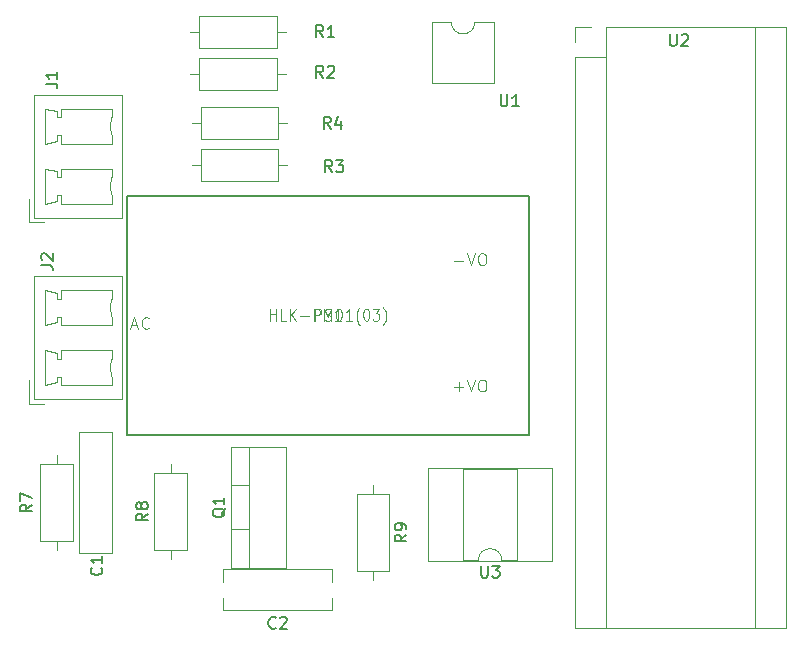
<source format=gbr>
G04 #@! TF.GenerationSoftware,KiCad,Pcbnew,(5.0.2)-1*
G04 #@! TF.CreationDate,2019-04-01T14:51:39+03:00*
G04 #@! TF.ProjectId,vent_sys,76656e74-5f73-4797-932e-6b696361645f,rev?*
G04 #@! TF.SameCoordinates,Original*
G04 #@! TF.FileFunction,Legend,Top*
G04 #@! TF.FilePolarity,Positive*
%FSLAX46Y46*%
G04 Gerber Fmt 4.6, Leading zero omitted, Abs format (unit mm)*
G04 Created by KiCad (PCBNEW (5.0.2)-1) date 01.04.2019 14:51:39*
%MOMM*%
%LPD*%
G01*
G04 APERTURE LIST*
%ADD10C,0.120000*%
%ADD11C,0.127000*%
%ADD12C,0.150000*%
%ADD13C,0.050000*%
G04 APERTURE END LIST*
D10*
G04 #@! TO.C,U2*
X106112000Y-51248000D02*
X106112000Y-52578000D01*
X107442000Y-51248000D02*
X106112000Y-51248000D01*
X106112000Y-53848000D02*
X108772000Y-53848000D01*
X121352000Y-102168000D02*
X121352000Y-51248000D01*
X108772000Y-51248000D02*
X108772000Y-102168000D01*
X106112000Y-102168000D02*
X106112000Y-53848000D01*
X124012000Y-51248000D02*
X124012000Y-102168000D01*
X124012000Y-102168000D02*
X106112000Y-102168000D01*
X108772000Y-51248000D02*
X124012000Y-51248000D01*
G04 #@! TO.C,U3*
X93683000Y-96513000D02*
X104183000Y-96513000D01*
X93683000Y-88653000D02*
X93683000Y-96513000D01*
X104183000Y-88653000D02*
X93683000Y-88653000D01*
X104183000Y-96513000D02*
X104183000Y-88653000D01*
X96683000Y-96453000D02*
X97933000Y-96453000D01*
X96683000Y-88713000D02*
X96683000Y-96453000D01*
X101183000Y-88713000D02*
X96683000Y-88713000D01*
X101183000Y-96453000D02*
X101183000Y-88713000D01*
X99933000Y-96453000D02*
X101183000Y-96453000D01*
X97933000Y-96453000D02*
G75*
G02X99933000Y-96453000I1000000J0D01*
G01*
G04 #@! TO.C,C1*
X64162000Y-85618000D02*
X66902000Y-85618000D01*
X64162000Y-95858000D02*
X66902000Y-95858000D01*
X66902000Y-95858000D02*
X66902000Y-85618000D01*
X64162000Y-95858000D02*
X64162000Y-85618000D01*
G04 #@! TO.C,J1*
X59920000Y-67810000D02*
X59920000Y-65810000D01*
X61170000Y-67810000D02*
X59920000Y-67810000D01*
X66920000Y-58190000D02*
X66920000Y-58940000D01*
X62620000Y-58190000D02*
X66920000Y-58190000D01*
X62620000Y-58940000D02*
X62620000Y-58190000D01*
X62270000Y-58940000D02*
X62620000Y-58940000D01*
X62270000Y-58440000D02*
X62270000Y-58940000D01*
X61270000Y-58190000D02*
X62270000Y-58440000D01*
X61270000Y-61190000D02*
X61270000Y-58190000D01*
X62270000Y-60940000D02*
X61270000Y-61190000D01*
X62270000Y-60440000D02*
X62270000Y-60940000D01*
X62620000Y-60440000D02*
X62270000Y-60440000D01*
X62620000Y-61190000D02*
X62620000Y-60440000D01*
X66920000Y-61190000D02*
X62620000Y-61190000D01*
X66920000Y-60440000D02*
X66920000Y-61190000D01*
X66920000Y-63270000D02*
X66920000Y-64020000D01*
X62620000Y-63270000D02*
X66920000Y-63270000D01*
X62620000Y-64020000D02*
X62620000Y-63270000D01*
X62270000Y-64020000D02*
X62620000Y-64020000D01*
X62270000Y-63520000D02*
X62270000Y-64020000D01*
X61270000Y-63270000D02*
X62270000Y-63520000D01*
X61270000Y-66270000D02*
X61270000Y-63270000D01*
X62270000Y-66020000D02*
X61270000Y-66270000D01*
X62270000Y-65520000D02*
X62270000Y-66020000D01*
X62620000Y-65520000D02*
X62270000Y-65520000D01*
X62620000Y-66270000D02*
X62620000Y-65520000D01*
X66920000Y-66270000D02*
X62620000Y-66270000D01*
X66920000Y-65520000D02*
X66920000Y-66270000D01*
X60310000Y-57040000D02*
X60310000Y-67420000D01*
X67780000Y-57040000D02*
X60310000Y-57040000D01*
X67780000Y-67420000D02*
X67780000Y-57040000D01*
X60310000Y-67420000D02*
X67780000Y-67420000D01*
X66919845Y-58940353D02*
G75*
G03X66920000Y-60440000I1700155J-749647D01*
G01*
X66919845Y-64020353D02*
G75*
G03X66920000Y-65520000I1700155J-749647D01*
G01*
G04 #@! TO.C,J2*
X59920000Y-83177000D02*
X59920000Y-81177000D01*
X61170000Y-83177000D02*
X59920000Y-83177000D01*
X66920000Y-73557000D02*
X66920000Y-74307000D01*
X62620000Y-73557000D02*
X66920000Y-73557000D01*
X62620000Y-74307000D02*
X62620000Y-73557000D01*
X62270000Y-74307000D02*
X62620000Y-74307000D01*
X62270000Y-73807000D02*
X62270000Y-74307000D01*
X61270000Y-73557000D02*
X62270000Y-73807000D01*
X61270000Y-76557000D02*
X61270000Y-73557000D01*
X62270000Y-76307000D02*
X61270000Y-76557000D01*
X62270000Y-75807000D02*
X62270000Y-76307000D01*
X62620000Y-75807000D02*
X62270000Y-75807000D01*
X62620000Y-76557000D02*
X62620000Y-75807000D01*
X66920000Y-76557000D02*
X62620000Y-76557000D01*
X66920000Y-75807000D02*
X66920000Y-76557000D01*
X66920000Y-78637000D02*
X66920000Y-79387000D01*
X62620000Y-78637000D02*
X66920000Y-78637000D01*
X62620000Y-79387000D02*
X62620000Y-78637000D01*
X62270000Y-79387000D02*
X62620000Y-79387000D01*
X62270000Y-78887000D02*
X62270000Y-79387000D01*
X61270000Y-78637000D02*
X62270000Y-78887000D01*
X61270000Y-81637000D02*
X61270000Y-78637000D01*
X62270000Y-81387000D02*
X61270000Y-81637000D01*
X62270000Y-80887000D02*
X62270000Y-81387000D01*
X62620000Y-80887000D02*
X62270000Y-80887000D01*
X62620000Y-81637000D02*
X62620000Y-80887000D01*
X66920000Y-81637000D02*
X62620000Y-81637000D01*
X66920000Y-80887000D02*
X66920000Y-81637000D01*
X60310000Y-72407000D02*
X60310000Y-82787000D01*
X67780000Y-72407000D02*
X60310000Y-72407000D01*
X67780000Y-82787000D02*
X67780000Y-72407000D01*
X60310000Y-82787000D02*
X67780000Y-82787000D01*
X66919845Y-74307353D02*
G75*
G03X66920000Y-75807000I1700155J-749647D01*
G01*
X66919845Y-79387353D02*
G75*
G03X66920000Y-80887000I1700155J-749647D01*
G01*
D11*
G04 #@! TO.C,PS1*
X68217000Y-85792000D02*
X102217000Y-85792000D01*
X68217000Y-65592000D02*
X102217000Y-65592000D01*
X102217000Y-85792000D02*
X102217000Y-65592000D01*
X68217000Y-85792000D02*
X68217000Y-65592000D01*
D10*
G04 #@! TO.C,Q1*
X76994000Y-90097000D02*
X78504000Y-90097000D01*
X76994000Y-93798000D02*
X78504000Y-93798000D01*
X78504000Y-97068000D02*
X78504000Y-86828000D01*
X76994000Y-86828000D02*
X81635000Y-86828000D01*
X76994000Y-97068000D02*
X81635000Y-97068000D01*
X81635000Y-97068000D02*
X81635000Y-86828000D01*
X76994000Y-97068000D02*
X76994000Y-86828000D01*
G04 #@! TO.C,R1*
X73557000Y-51689000D02*
X74327000Y-51689000D01*
X81637000Y-51689000D02*
X80867000Y-51689000D01*
X74327000Y-53059000D02*
X80867000Y-53059000D01*
X74327000Y-50319000D02*
X74327000Y-53059000D01*
X80867000Y-50319000D02*
X74327000Y-50319000D01*
X80867000Y-53059000D02*
X80867000Y-50319000D01*
G04 #@! TO.C,R2*
X73557000Y-55245000D02*
X74327000Y-55245000D01*
X81637000Y-55245000D02*
X80867000Y-55245000D01*
X74327000Y-56615000D02*
X80867000Y-56615000D01*
X74327000Y-53875000D02*
X74327000Y-56615000D01*
X80867000Y-53875000D02*
X74327000Y-53875000D01*
X80867000Y-56615000D02*
X80867000Y-53875000D01*
G04 #@! TO.C,R3*
X81764000Y-62992000D02*
X80994000Y-62992000D01*
X73684000Y-62992000D02*
X74454000Y-62992000D01*
X80994000Y-61622000D02*
X74454000Y-61622000D01*
X80994000Y-64362000D02*
X80994000Y-61622000D01*
X74454000Y-64362000D02*
X80994000Y-64362000D01*
X74454000Y-61622000D02*
X74454000Y-64362000D01*
G04 #@! TO.C,R4*
X73684000Y-59436000D02*
X74454000Y-59436000D01*
X81764000Y-59436000D02*
X80994000Y-59436000D01*
X74454000Y-60806000D02*
X80994000Y-60806000D01*
X74454000Y-58066000D02*
X74454000Y-60806000D01*
X80994000Y-58066000D02*
X74454000Y-58066000D01*
X80994000Y-60806000D02*
X80994000Y-58066000D01*
G04 #@! TO.C,R7*
X62230000Y-87527000D02*
X62230000Y-88297000D01*
X62230000Y-95607000D02*
X62230000Y-94837000D01*
X60860000Y-88297000D02*
X60860000Y-94837000D01*
X63600000Y-88297000D02*
X60860000Y-88297000D01*
X63600000Y-94837000D02*
X63600000Y-88297000D01*
X60860000Y-94837000D02*
X63600000Y-94837000D01*
G04 #@! TO.C,R8*
X71882000Y-88289000D02*
X71882000Y-89059000D01*
X71882000Y-96369000D02*
X71882000Y-95599000D01*
X70512000Y-89059000D02*
X70512000Y-95599000D01*
X73252000Y-89059000D02*
X70512000Y-89059000D01*
X73252000Y-95599000D02*
X73252000Y-89059000D01*
X70512000Y-95599000D02*
X73252000Y-95599000D01*
G04 #@! TO.C,R9*
X89027000Y-98147000D02*
X89027000Y-97377000D01*
X89027000Y-90067000D02*
X89027000Y-90837000D01*
X90397000Y-97377000D02*
X90397000Y-90837000D01*
X87657000Y-97377000D02*
X90397000Y-97377000D01*
X87657000Y-90837000D02*
X87657000Y-97377000D01*
X90397000Y-90837000D02*
X87657000Y-90837000D01*
G04 #@! TO.C,U1*
X99297000Y-50867000D02*
X97647000Y-50867000D01*
X99297000Y-56067000D02*
X99297000Y-50867000D01*
X93997000Y-56067000D02*
X99297000Y-56067000D01*
X93997000Y-50867000D02*
X93997000Y-56067000D01*
X95647000Y-50867000D02*
X93997000Y-50867000D01*
X97647000Y-50867000D02*
G75*
G02X95647000Y-50867000I-1000000J0D01*
G01*
G04 #@! TO.C,C2*
X76339000Y-98268000D02*
X76339000Y-97212000D01*
X76339000Y-100654000D02*
X76339000Y-99598000D01*
X85579000Y-98268000D02*
X85579000Y-97212000D01*
X85579000Y-100654000D02*
X85579000Y-99598000D01*
X85579000Y-97212000D02*
X76339000Y-97212000D01*
X85579000Y-100654000D02*
X76339000Y-100654000D01*
G04 #@! TO.C,U2*
D12*
X114152094Y-51882379D02*
X114152094Y-52691903D01*
X114199713Y-52787141D01*
X114247332Y-52834760D01*
X114342570Y-52882379D01*
X114533046Y-52882379D01*
X114628284Y-52834760D01*
X114675903Y-52787141D01*
X114723522Y-52691903D01*
X114723522Y-51882379D01*
X115152094Y-51977618D02*
X115199713Y-51929999D01*
X115294951Y-51882379D01*
X115533046Y-51882379D01*
X115628284Y-51929999D01*
X115675903Y-51977618D01*
X115723522Y-52072856D01*
X115723522Y-52168094D01*
X115675903Y-52310951D01*
X115104475Y-52882379D01*
X115723522Y-52882379D01*
G04 #@! TO.C,U3*
X98171095Y-96905380D02*
X98171095Y-97714904D01*
X98218714Y-97810142D01*
X98266333Y-97857761D01*
X98361571Y-97905380D01*
X98552047Y-97905380D01*
X98647285Y-97857761D01*
X98694904Y-97810142D01*
X98742523Y-97714904D01*
X98742523Y-96905380D01*
X99123476Y-96905380D02*
X99742523Y-96905380D01*
X99409190Y-97286333D01*
X99552047Y-97286333D01*
X99647285Y-97333952D01*
X99694904Y-97381571D01*
X99742523Y-97476809D01*
X99742523Y-97714904D01*
X99694904Y-97810142D01*
X99647285Y-97857761D01*
X99552047Y-97905380D01*
X99266333Y-97905380D01*
X99171095Y-97857761D01*
X99123476Y-97810142D01*
G04 #@! TO.C,C1*
X66016142Y-97067666D02*
X66063761Y-97115285D01*
X66111380Y-97258142D01*
X66111380Y-97353380D01*
X66063761Y-97496238D01*
X65968523Y-97591476D01*
X65873285Y-97639095D01*
X65682809Y-97686714D01*
X65539952Y-97686714D01*
X65349476Y-97639095D01*
X65254238Y-97591476D01*
X65159000Y-97496238D01*
X65111380Y-97353380D01*
X65111380Y-97258142D01*
X65159000Y-97115285D01*
X65206619Y-97067666D01*
X66111380Y-96115285D02*
X66111380Y-96686714D01*
X66111380Y-96401000D02*
X65111380Y-96401000D01*
X65254238Y-96496238D01*
X65349476Y-96591476D01*
X65397095Y-96686714D01*
G04 #@! TO.C,J1*
X61301380Y-56086333D02*
X62015666Y-56086333D01*
X62158523Y-56133952D01*
X62253761Y-56229190D01*
X62301380Y-56372047D01*
X62301380Y-56467285D01*
X62301380Y-55086333D02*
X62301380Y-55657761D01*
X62301380Y-55372047D02*
X61301380Y-55372047D01*
X61444238Y-55467285D01*
X61539476Y-55562523D01*
X61587095Y-55657761D01*
G04 #@! TO.C,J2*
X60920380Y-71453333D02*
X61634666Y-71453333D01*
X61777523Y-71500952D01*
X61872761Y-71596190D01*
X61920380Y-71739047D01*
X61920380Y-71834285D01*
X61015619Y-71024761D02*
X60968000Y-70977142D01*
X60920380Y-70881904D01*
X60920380Y-70643809D01*
X60968000Y-70548571D01*
X61015619Y-70500952D01*
X61110857Y-70453333D01*
X61206095Y-70453333D01*
X61348952Y-70500952D01*
X61920380Y-71072380D01*
X61920380Y-70453333D01*
G04 #@! TO.C,PS1*
D13*
X84124142Y-76144380D02*
X84124142Y-75144380D01*
X84467000Y-75144380D01*
X84552714Y-75192000D01*
X84595571Y-75239619D01*
X84638428Y-75334857D01*
X84638428Y-75477714D01*
X84595571Y-75572952D01*
X84552714Y-75620571D01*
X84467000Y-75668190D01*
X84124142Y-75668190D01*
X84981285Y-76096761D02*
X85109857Y-76144380D01*
X85324142Y-76144380D01*
X85409857Y-76096761D01*
X85452714Y-76049142D01*
X85495571Y-75953904D01*
X85495571Y-75858666D01*
X85452714Y-75763428D01*
X85409857Y-75715809D01*
X85324142Y-75668190D01*
X85152714Y-75620571D01*
X85067000Y-75572952D01*
X85024142Y-75525333D01*
X84981285Y-75430095D01*
X84981285Y-75334857D01*
X85024142Y-75239619D01*
X85067000Y-75192000D01*
X85152714Y-75144380D01*
X85367000Y-75144380D01*
X85495571Y-75192000D01*
X86352714Y-76144380D02*
X85838428Y-76144380D01*
X86095571Y-76144380D02*
X86095571Y-75144380D01*
X86009857Y-75287238D01*
X85924142Y-75382476D01*
X85838428Y-75430095D01*
X80309857Y-76144380D02*
X80309857Y-75144380D01*
X80309857Y-75620571D02*
X80824142Y-75620571D01*
X80824142Y-76144380D02*
X80824142Y-75144380D01*
X81681285Y-76144380D02*
X81252714Y-76144380D01*
X81252714Y-75144380D01*
X81981285Y-76144380D02*
X81981285Y-75144380D01*
X82495571Y-76144380D02*
X82109857Y-75572952D01*
X82495571Y-75144380D02*
X81981285Y-75715809D01*
X82881285Y-75763428D02*
X83567000Y-75763428D01*
X83995571Y-76144380D02*
X83995571Y-75144380D01*
X84338428Y-75144380D01*
X84424142Y-75192000D01*
X84467000Y-75239619D01*
X84509857Y-75334857D01*
X84509857Y-75477714D01*
X84467000Y-75572952D01*
X84424142Y-75620571D01*
X84338428Y-75668190D01*
X83995571Y-75668190D01*
X84895571Y-76144380D02*
X84895571Y-75144380D01*
X85195571Y-75858666D01*
X85495571Y-75144380D01*
X85495571Y-76144380D01*
X86095571Y-75144380D02*
X86181285Y-75144380D01*
X86267000Y-75192000D01*
X86309857Y-75239619D01*
X86352714Y-75334857D01*
X86395571Y-75525333D01*
X86395571Y-75763428D01*
X86352714Y-75953904D01*
X86309857Y-76049142D01*
X86267000Y-76096761D01*
X86181285Y-76144380D01*
X86095571Y-76144380D01*
X86009857Y-76096761D01*
X85967000Y-76049142D01*
X85924142Y-75953904D01*
X85881285Y-75763428D01*
X85881285Y-75525333D01*
X85924142Y-75334857D01*
X85967000Y-75239619D01*
X86009857Y-75192000D01*
X86095571Y-75144380D01*
X87252714Y-76144380D02*
X86738428Y-76144380D01*
X86995571Y-76144380D02*
X86995571Y-75144380D01*
X86909857Y-75287238D01*
X86824142Y-75382476D01*
X86738428Y-75430095D01*
X87895571Y-76525333D02*
X87852714Y-76477714D01*
X87767000Y-76334857D01*
X87724142Y-76239619D01*
X87681285Y-76096761D01*
X87638428Y-75858666D01*
X87638428Y-75668190D01*
X87681285Y-75430095D01*
X87724142Y-75287238D01*
X87767000Y-75192000D01*
X87852714Y-75049142D01*
X87895571Y-75001523D01*
X88409857Y-75144380D02*
X88495571Y-75144380D01*
X88581285Y-75192000D01*
X88624142Y-75239619D01*
X88667000Y-75334857D01*
X88709857Y-75525333D01*
X88709857Y-75763428D01*
X88667000Y-75953904D01*
X88624142Y-76049142D01*
X88581285Y-76096761D01*
X88495571Y-76144380D01*
X88409857Y-76144380D01*
X88324142Y-76096761D01*
X88281285Y-76049142D01*
X88238428Y-75953904D01*
X88195571Y-75763428D01*
X88195571Y-75525333D01*
X88238428Y-75334857D01*
X88281285Y-75239619D01*
X88324142Y-75192000D01*
X88409857Y-75144380D01*
X89009857Y-75144380D02*
X89567000Y-75144380D01*
X89267000Y-75525333D01*
X89395571Y-75525333D01*
X89481285Y-75572952D01*
X89524142Y-75620571D01*
X89567000Y-75715809D01*
X89567000Y-75953904D01*
X89524142Y-76049142D01*
X89481285Y-76096761D01*
X89395571Y-76144380D01*
X89138428Y-76144380D01*
X89052714Y-76096761D01*
X89009857Y-76049142D01*
X89867000Y-76525333D02*
X89909857Y-76477714D01*
X89995571Y-76334857D01*
X90038428Y-76239619D01*
X90081285Y-76096761D01*
X90124142Y-75858666D01*
X90124142Y-75668190D01*
X90081285Y-75430095D01*
X90038428Y-75287238D01*
X89995571Y-75192000D01*
X89909857Y-75049142D01*
X89867000Y-75001523D01*
X95883666Y-71063428D02*
X96645571Y-71063428D01*
X96978904Y-70444380D02*
X97312238Y-71444380D01*
X97645571Y-70444380D01*
X98169380Y-70444380D02*
X98359857Y-70444380D01*
X98455095Y-70492000D01*
X98550333Y-70587238D01*
X98597952Y-70777714D01*
X98597952Y-71111047D01*
X98550333Y-71301523D01*
X98455095Y-71396761D01*
X98359857Y-71444380D01*
X98169380Y-71444380D01*
X98074142Y-71396761D01*
X97978904Y-71301523D01*
X97931285Y-71111047D01*
X97931285Y-70777714D01*
X97978904Y-70587238D01*
X98074142Y-70492000D01*
X98169380Y-70444380D01*
X95883666Y-81763428D02*
X96645571Y-81763428D01*
X96264619Y-82144380D02*
X96264619Y-81382476D01*
X96978904Y-81144380D02*
X97312238Y-82144380D01*
X97645571Y-81144380D01*
X98169380Y-81144380D02*
X98359857Y-81144380D01*
X98455095Y-81192000D01*
X98550333Y-81287238D01*
X98597952Y-81477714D01*
X98597952Y-81811047D01*
X98550333Y-82001523D01*
X98455095Y-82096761D01*
X98359857Y-82144380D01*
X98169380Y-82144380D01*
X98074142Y-82096761D01*
X97978904Y-82001523D01*
X97931285Y-81811047D01*
X97931285Y-81477714D01*
X97978904Y-81287238D01*
X98074142Y-81192000D01*
X98169380Y-81144380D01*
X68578904Y-76558666D02*
X69055095Y-76558666D01*
X68483666Y-76844380D02*
X68817000Y-75844380D01*
X69150333Y-76844380D01*
X70055095Y-76749142D02*
X70007476Y-76796761D01*
X69864619Y-76844380D01*
X69769380Y-76844380D01*
X69626523Y-76796761D01*
X69531285Y-76701523D01*
X69483666Y-76606285D01*
X69436047Y-76415809D01*
X69436047Y-76272952D01*
X69483666Y-76082476D01*
X69531285Y-75987238D01*
X69626523Y-75892000D01*
X69769380Y-75844380D01*
X69864619Y-75844380D01*
X70007476Y-75892000D01*
X70055095Y-75939619D01*
G04 #@! TO.C,Q1*
D12*
X76541619Y-92043238D02*
X76494000Y-92138476D01*
X76398761Y-92233714D01*
X76255904Y-92376571D01*
X76208285Y-92471809D01*
X76208285Y-92567047D01*
X76446380Y-92519428D02*
X76398761Y-92614666D01*
X76303523Y-92709904D01*
X76113047Y-92757523D01*
X75779714Y-92757523D01*
X75589238Y-92709904D01*
X75494000Y-92614666D01*
X75446380Y-92519428D01*
X75446380Y-92328952D01*
X75494000Y-92233714D01*
X75589238Y-92138476D01*
X75779714Y-92090857D01*
X76113047Y-92090857D01*
X76303523Y-92138476D01*
X76398761Y-92233714D01*
X76446380Y-92328952D01*
X76446380Y-92519428D01*
X76446380Y-91138476D02*
X76446380Y-91709904D01*
X76446380Y-91424190D02*
X75446380Y-91424190D01*
X75589238Y-91519428D01*
X75684476Y-91614666D01*
X75732095Y-91709904D01*
G04 #@! TO.C,R1*
X84796333Y-52141380D02*
X84463000Y-51665190D01*
X84224904Y-52141380D02*
X84224904Y-51141380D01*
X84605857Y-51141380D01*
X84701095Y-51189000D01*
X84748714Y-51236619D01*
X84796333Y-51331857D01*
X84796333Y-51474714D01*
X84748714Y-51569952D01*
X84701095Y-51617571D01*
X84605857Y-51665190D01*
X84224904Y-51665190D01*
X85748714Y-52141380D02*
X85177285Y-52141380D01*
X85463000Y-52141380D02*
X85463000Y-51141380D01*
X85367761Y-51284238D01*
X85272523Y-51379476D01*
X85177285Y-51427095D01*
G04 #@! TO.C,R2*
X84796333Y-55570380D02*
X84463000Y-55094190D01*
X84224904Y-55570380D02*
X84224904Y-54570380D01*
X84605857Y-54570380D01*
X84701095Y-54618000D01*
X84748714Y-54665619D01*
X84796333Y-54760857D01*
X84796333Y-54903714D01*
X84748714Y-54998952D01*
X84701095Y-55046571D01*
X84605857Y-55094190D01*
X84224904Y-55094190D01*
X85177285Y-54665619D02*
X85224904Y-54618000D01*
X85320142Y-54570380D01*
X85558238Y-54570380D01*
X85653476Y-54618000D01*
X85701095Y-54665619D01*
X85748714Y-54760857D01*
X85748714Y-54856095D01*
X85701095Y-54998952D01*
X85129666Y-55570380D01*
X85748714Y-55570380D01*
G04 #@! TO.C,R3*
X85558333Y-63571380D02*
X85225000Y-63095190D01*
X84986904Y-63571380D02*
X84986904Y-62571380D01*
X85367857Y-62571380D01*
X85463095Y-62619000D01*
X85510714Y-62666619D01*
X85558333Y-62761857D01*
X85558333Y-62904714D01*
X85510714Y-62999952D01*
X85463095Y-63047571D01*
X85367857Y-63095190D01*
X84986904Y-63095190D01*
X85891666Y-62571380D02*
X86510714Y-62571380D01*
X86177380Y-62952333D01*
X86320238Y-62952333D01*
X86415476Y-62999952D01*
X86463095Y-63047571D01*
X86510714Y-63142809D01*
X86510714Y-63380904D01*
X86463095Y-63476142D01*
X86415476Y-63523761D01*
X86320238Y-63571380D01*
X86034523Y-63571380D01*
X85939285Y-63523761D01*
X85891666Y-63476142D01*
G04 #@! TO.C,R4*
X85431333Y-59888380D02*
X85098000Y-59412190D01*
X84859904Y-59888380D02*
X84859904Y-58888380D01*
X85240857Y-58888380D01*
X85336095Y-58936000D01*
X85383714Y-58983619D01*
X85431333Y-59078857D01*
X85431333Y-59221714D01*
X85383714Y-59316952D01*
X85336095Y-59364571D01*
X85240857Y-59412190D01*
X84859904Y-59412190D01*
X86288476Y-59221714D02*
X86288476Y-59888380D01*
X86050380Y-58840761D02*
X85812285Y-59555047D01*
X86431333Y-59555047D01*
G04 #@! TO.C,R7*
X60142380Y-91733666D02*
X59666190Y-92067000D01*
X60142380Y-92305095D02*
X59142380Y-92305095D01*
X59142380Y-91924142D01*
X59190000Y-91828904D01*
X59237619Y-91781285D01*
X59332857Y-91733666D01*
X59475714Y-91733666D01*
X59570952Y-91781285D01*
X59618571Y-91828904D01*
X59666190Y-91924142D01*
X59666190Y-92305095D01*
X59142380Y-91400333D02*
X59142380Y-90733666D01*
X60142380Y-91162238D01*
G04 #@! TO.C,R8*
X69964380Y-92495666D02*
X69488190Y-92829000D01*
X69964380Y-93067095D02*
X68964380Y-93067095D01*
X68964380Y-92686142D01*
X69012000Y-92590904D01*
X69059619Y-92543285D01*
X69154857Y-92495666D01*
X69297714Y-92495666D01*
X69392952Y-92543285D01*
X69440571Y-92590904D01*
X69488190Y-92686142D01*
X69488190Y-93067095D01*
X69392952Y-91924238D02*
X69345333Y-92019476D01*
X69297714Y-92067095D01*
X69202476Y-92114714D01*
X69154857Y-92114714D01*
X69059619Y-92067095D01*
X69012000Y-92019476D01*
X68964380Y-91924238D01*
X68964380Y-91733761D01*
X69012000Y-91638523D01*
X69059619Y-91590904D01*
X69154857Y-91543285D01*
X69202476Y-91543285D01*
X69297714Y-91590904D01*
X69345333Y-91638523D01*
X69392952Y-91733761D01*
X69392952Y-91924238D01*
X69440571Y-92019476D01*
X69488190Y-92067095D01*
X69583428Y-92114714D01*
X69773904Y-92114714D01*
X69869142Y-92067095D01*
X69916761Y-92019476D01*
X69964380Y-91924238D01*
X69964380Y-91733761D01*
X69916761Y-91638523D01*
X69869142Y-91590904D01*
X69773904Y-91543285D01*
X69583428Y-91543285D01*
X69488190Y-91590904D01*
X69440571Y-91638523D01*
X69392952Y-91733761D01*
G04 #@! TO.C,R9*
X91849380Y-94273666D02*
X91373190Y-94607000D01*
X91849380Y-94845095D02*
X90849380Y-94845095D01*
X90849380Y-94464142D01*
X90897000Y-94368904D01*
X90944619Y-94321285D01*
X91039857Y-94273666D01*
X91182714Y-94273666D01*
X91277952Y-94321285D01*
X91325571Y-94368904D01*
X91373190Y-94464142D01*
X91373190Y-94845095D01*
X91849380Y-93797476D02*
X91849380Y-93607000D01*
X91801761Y-93511761D01*
X91754142Y-93464142D01*
X91611285Y-93368904D01*
X91420809Y-93321285D01*
X91039857Y-93321285D01*
X90944619Y-93368904D01*
X90897000Y-93416523D01*
X90849380Y-93511761D01*
X90849380Y-93702238D01*
X90897000Y-93797476D01*
X90944619Y-93845095D01*
X91039857Y-93892714D01*
X91277952Y-93892714D01*
X91373190Y-93845095D01*
X91420809Y-93797476D01*
X91468428Y-93702238D01*
X91468428Y-93511761D01*
X91420809Y-93416523D01*
X91373190Y-93368904D01*
X91277952Y-93321285D01*
G04 #@! TO.C,U1*
X99822095Y-56983380D02*
X99822095Y-57792904D01*
X99869714Y-57888142D01*
X99917333Y-57935761D01*
X100012571Y-57983380D01*
X100203047Y-57983380D01*
X100298285Y-57935761D01*
X100345904Y-57888142D01*
X100393523Y-57792904D01*
X100393523Y-56983380D01*
X101393523Y-57983380D02*
X100822095Y-57983380D01*
X101107809Y-57983380D02*
X101107809Y-56983380D01*
X101012571Y-57126238D01*
X100917333Y-57221476D01*
X100822095Y-57269095D01*
G04 #@! TO.C,C2*
X80792333Y-102140142D02*
X80744714Y-102187761D01*
X80601857Y-102235380D01*
X80506619Y-102235380D01*
X80363761Y-102187761D01*
X80268523Y-102092523D01*
X80220904Y-101997285D01*
X80173285Y-101806809D01*
X80173285Y-101663952D01*
X80220904Y-101473476D01*
X80268523Y-101378238D01*
X80363761Y-101283000D01*
X80506619Y-101235380D01*
X80601857Y-101235380D01*
X80744714Y-101283000D01*
X80792333Y-101330619D01*
X81173285Y-101330619D02*
X81220904Y-101283000D01*
X81316142Y-101235380D01*
X81554238Y-101235380D01*
X81649476Y-101283000D01*
X81697095Y-101330619D01*
X81744714Y-101425857D01*
X81744714Y-101521095D01*
X81697095Y-101663952D01*
X81125666Y-102235380D01*
X81744714Y-102235380D01*
G04 #@! TD*
M02*

</source>
